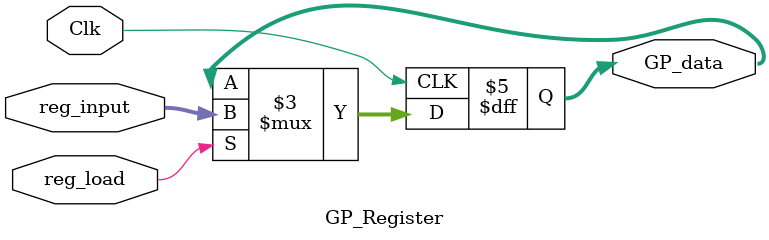
<source format=v>
`timescale 1ns / 1ps

module GP_Register(
			reg_input,
			Clk,
			GP_data,
			reg_load
    );
	 
input [15:0] reg_input;
input Clk;
output reg [15:0] GP_data;
input reg_load;

always @(posedge Clk)
		begin
			if (reg_load)
				begin
					GP_data <=reg_input;
				end
		end
initial
		begin
		GP_data=16'b0;
		end


endmodule

</source>
